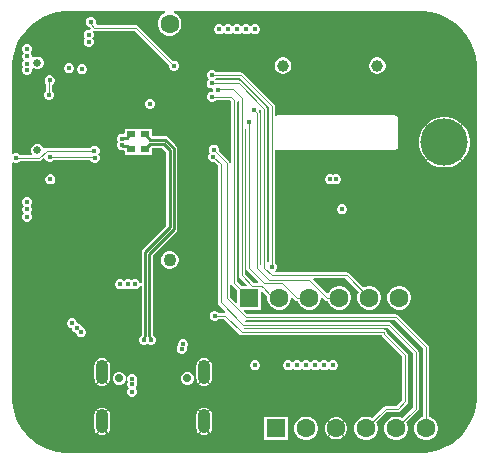
<source format=gbl>
G04*
G04 #@! TF.GenerationSoftware,Altium Limited,Altium Designer,22.7.1 (60)*
G04*
G04 Layer_Physical_Order=4*
G04 Layer_Color=16711680*
%FSLAX44Y44*%
%MOMM*%
G71*
G04*
G04 #@! TF.SameCoordinates,BBA0BEE0-45CE-4415-A0BC-CE460DC89FB0*
G04*
G04*
G04 #@! TF.FilePolarity,Positive*
G04*
G01*
G75*
%ADD20C,0.0889*%
%ADD38R,0.7500X0.6000*%
%ADD72C,0.2175*%
%ADD78C,1.6000*%
%ADD79R,1.6000X1.6000*%
%ADD80C,0.7000*%
%ADD81O,1.0500X2.1000*%
%ADD83C,1.0000*%
%ADD84C,1.1001*%
%ADD85C,1.6000*%
%ADD86C,0.4500*%
%ADD87C,0.6700*%
%ADD88C,4.0000*%
G36*
X357440Y375204D02*
X363513Y373577D01*
X369322Y371171D01*
X374766Y368027D01*
X379754Y364200D01*
X384200Y359754D01*
X388027Y354766D01*
X391171Y349322D01*
X393577Y343513D01*
X395204Y337440D01*
X396024Y331207D01*
Y328064D01*
X396025Y50064D01*
Y46920D01*
X395204Y40687D01*
X393577Y34614D01*
X391171Y28805D01*
X388027Y23361D01*
X384200Y18373D01*
X379754Y13927D01*
X374766Y10100D01*
X369322Y6956D01*
X363513Y4550D01*
X357440Y2923D01*
X351207Y2103D01*
X46920D01*
X40687Y2923D01*
X34614Y4550D01*
X28805Y6956D01*
X23361Y10100D01*
X18373Y13927D01*
X13927Y18373D01*
X10100Y23361D01*
X6956Y28805D01*
X4550Y34614D01*
X2923Y40687D01*
X2103Y46920D01*
Y50064D01*
X2103Y247647D01*
X3372Y248173D01*
X3435Y248111D01*
X4997Y247464D01*
X6687D01*
X8249Y248111D01*
X9360Y249222D01*
X25329D01*
X26282Y249411D01*
X27091Y249952D01*
X28867Y251727D01*
X30268Y251333D01*
X30687Y250323D01*
X31883Y249127D01*
X33445Y248480D01*
X35135D01*
X36697Y249127D01*
X37531Y249961D01*
X68688D01*
X68768Y249769D01*
X69963Y248573D01*
X71526Y247926D01*
X73216D01*
X74778Y248573D01*
X75974Y249769D01*
X76621Y251331D01*
Y253021D01*
X75974Y254583D01*
X75375Y255182D01*
X75857Y255664D01*
X76504Y257226D01*
Y258916D01*
X75857Y260478D01*
X74662Y261674D01*
X73100Y262321D01*
X71409D01*
X69847Y261674D01*
X68737Y260563D01*
X31686D01*
X30732Y260374D01*
X30292Y260080D01*
X29148Y260254D01*
X28758Y260465D01*
X28358Y261432D01*
X26853Y262938D01*
X24886Y263752D01*
X22758D01*
X20791Y262938D01*
X19287Y261432D01*
X18472Y259466D01*
Y257338D01*
X19243Y255476D01*
X18792Y254206D01*
X9360D01*
X8249Y255317D01*
X6687Y255964D01*
X4997D01*
X3435Y255317D01*
X3372Y255255D01*
X2103Y255781D01*
X2103Y328064D01*
Y331207D01*
X2923Y337440D01*
X4550Y343513D01*
X6956Y349322D01*
X10100Y354766D01*
X13927Y359754D01*
X18373Y364200D01*
X23361Y368027D01*
X28805Y371171D01*
X34614Y373577D01*
X40687Y375204D01*
X46920Y376024D01*
X131885D01*
X132052Y374754D01*
X132030Y374749D01*
X129750Y373432D01*
X127888Y371570D01*
X126572Y369290D01*
X125890Y366747D01*
Y364114D01*
X126572Y361570D01*
X127888Y359290D01*
X129750Y357428D01*
X132030Y356112D01*
X134573Y355430D01*
X137206D01*
X139750Y356112D01*
X142030Y357428D01*
X143892Y359290D01*
X145209Y361570D01*
X145890Y364114D01*
Y366747D01*
X145209Y369290D01*
X143892Y371570D01*
X142030Y373432D01*
X139750Y374749D01*
X139728Y374754D01*
X139895Y376024D01*
X351207D01*
X357440Y375204D01*
D02*
G37*
%LPC*%
G36*
X209125Y364930D02*
X207435D01*
X205873Y364283D01*
X205300Y363710D01*
X204470Y363212D01*
X203640Y363710D01*
X203067Y364283D01*
X201505Y364930D01*
X199815D01*
X198253Y364283D01*
X197680Y363710D01*
X196850Y363212D01*
X196020Y363710D01*
X195447Y364283D01*
X193885Y364930D01*
X192195D01*
X190633Y364283D01*
X190060Y363710D01*
X189230Y363212D01*
X188400Y363710D01*
X187827Y364283D01*
X186265Y364930D01*
X184575D01*
X183013Y364283D01*
X182440Y363710D01*
X181610Y363212D01*
X180780Y363710D01*
X180207Y364283D01*
X178645Y364930D01*
X176955D01*
X175393Y364283D01*
X174197Y363087D01*
X173550Y361525D01*
Y359835D01*
X174197Y358273D01*
X175393Y357077D01*
X176955Y356430D01*
X178645D01*
X180207Y357077D01*
X180780Y357650D01*
X181610Y358148D01*
X182440Y357650D01*
X183013Y357077D01*
X184575Y356430D01*
X186265D01*
X187827Y357077D01*
X188400Y357650D01*
X189230Y358148D01*
X190060Y357650D01*
X190633Y357077D01*
X192195Y356430D01*
X193885D01*
X195447Y357077D01*
X196020Y357650D01*
X196850Y358148D01*
X197680Y357650D01*
X198253Y357077D01*
X199815Y356430D01*
X201505D01*
X203067Y357077D01*
X203640Y357650D01*
X204470Y358148D01*
X205300Y357650D01*
X205873Y357077D01*
X207435Y356430D01*
X209125D01*
X210687Y357077D01*
X211883Y358273D01*
X212530Y359835D01*
Y361525D01*
X211883Y363087D01*
X210687Y364283D01*
X209125Y364930D01*
D02*
G37*
G36*
X69933Y371280D02*
X68243D01*
X66681Y370633D01*
X65485Y369437D01*
X64838Y367875D01*
Y366185D01*
X65485Y364623D01*
X66681Y363427D01*
X67889Y362927D01*
X69305Y361511D01*
X68585Y360434D01*
X68155Y360612D01*
X66465D01*
X64903Y359965D01*
X63707Y358769D01*
X63060Y357207D01*
Y355517D01*
X63707Y353955D01*
X64475Y353187D01*
X63707Y352419D01*
X63060Y350857D01*
Y349167D01*
X63707Y347605D01*
X64903Y346409D01*
X66465Y345762D01*
X68155D01*
X69717Y346409D01*
X70913Y347605D01*
X71560Y349167D01*
Y350857D01*
X70913Y352419D01*
X70145Y353187D01*
X70913Y353955D01*
X71560Y355517D01*
Y357207D01*
X70962Y358650D01*
X71186Y359140D01*
X71675Y359803D01*
X72136Y359712D01*
X106457D01*
X135450Y330718D01*
Y329148D01*
X136097Y327586D01*
X137293Y326390D01*
X138855Y325743D01*
X140545D01*
X142107Y326390D01*
X143303Y327586D01*
X143950Y329148D01*
Y330839D01*
X143303Y332401D01*
X142107Y333596D01*
X140545Y334243D01*
X138975D01*
X109251Y363966D01*
X108443Y364507D01*
X107489Y364696D01*
X74096D01*
X73248Y365966D01*
X73338Y366185D01*
Y367875D01*
X72691Y369437D01*
X71495Y370633D01*
X69933Y371280D01*
D02*
G37*
G36*
X16085Y348420D02*
X14395D01*
X12833Y347773D01*
X11637Y346577D01*
X10990Y345015D01*
Y343325D01*
X11637Y341763D01*
X12405Y340995D01*
X11637Y340227D01*
X10990Y338665D01*
Y336975D01*
X11637Y335413D01*
X12405Y334645D01*
X11637Y333877D01*
X10990Y332315D01*
Y330625D01*
X11637Y329063D01*
X11770Y328930D01*
X11637Y328797D01*
X10990Y327235D01*
Y325545D01*
X11637Y323983D01*
X12833Y322787D01*
X14395Y322140D01*
X16085D01*
X17647Y322787D01*
X18843Y323983D01*
X19490Y325545D01*
Y327235D01*
X19393Y327469D01*
X20470Y328188D01*
X20791Y327867D01*
X22758Y327052D01*
X24886D01*
X26853Y327867D01*
X28358Y329371D01*
X29172Y331338D01*
Y333466D01*
X28358Y335433D01*
X26853Y336937D01*
X24886Y337752D01*
X22758D01*
X20791Y336937D01*
X20712Y336857D01*
X19490Y337432D01*
Y338665D01*
X18843Y340227D01*
X18075Y340995D01*
X18843Y341763D01*
X19490Y343325D01*
Y345015D01*
X18843Y346577D01*
X17647Y347773D01*
X16085Y348420D01*
D02*
G37*
G36*
X51645Y331910D02*
X49955D01*
X48393Y331263D01*
X47197Y330067D01*
X46550Y328505D01*
Y326815D01*
X47197Y325253D01*
X48393Y324057D01*
X49955Y323410D01*
X51645D01*
X53207Y324057D01*
X54403Y325253D01*
X55050Y326815D01*
Y328505D01*
X54403Y330067D01*
X53207Y331263D01*
X51645Y331910D01*
D02*
G37*
G36*
X312580Y336946D02*
X310736D01*
X308956Y336469D01*
X307360Y335547D01*
X306057Y334244D01*
X305135Y332648D01*
X304658Y330868D01*
Y329024D01*
X305135Y327244D01*
X306057Y325648D01*
X307360Y324345D01*
X308956Y323423D01*
X310736Y322946D01*
X312580D01*
X314360Y323423D01*
X315956Y324345D01*
X317259Y325648D01*
X318181Y327244D01*
X318658Y329024D01*
Y330868D01*
X318181Y332648D01*
X317259Y334244D01*
X315956Y335547D01*
X314360Y336469D01*
X312580Y336946D01*
D02*
G37*
G36*
X232824D02*
X230980D01*
X229200Y336469D01*
X227604Y335547D01*
X226301Y334244D01*
X225379Y332648D01*
X224902Y330868D01*
Y329024D01*
X225379Y327244D01*
X226301Y325648D01*
X227604Y324345D01*
X229200Y323423D01*
X230980Y322946D01*
X232824D01*
X234604Y323423D01*
X236200Y324345D01*
X237503Y325648D01*
X238425Y327244D01*
X238902Y329024D01*
Y330868D01*
X238425Y332648D01*
X237503Y334244D01*
X236200Y335547D01*
X234604Y336469D01*
X232824Y336946D01*
D02*
G37*
G36*
X62714Y331135D02*
X61024D01*
X59462Y330488D01*
X58266Y329292D01*
X57619Y327730D01*
Y326039D01*
X58266Y324477D01*
X59462Y323282D01*
X61024Y322635D01*
X62714D01*
X64276Y323282D01*
X65472Y324477D01*
X66119Y326039D01*
Y327730D01*
X65472Y329292D01*
X64276Y330488D01*
X62714Y331135D01*
D02*
G37*
G36*
X35135Y321750D02*
X33445D01*
X31883Y321103D01*
X30687Y319907D01*
X30040Y318345D01*
Y316655D01*
X30687Y315093D01*
X31548Y314232D01*
Y308989D01*
X31383Y308920D01*
X30187Y307725D01*
X29540Y306163D01*
Y304472D01*
X30187Y302910D01*
X31383Y301714D01*
X32945Y301067D01*
X34636D01*
X36198Y301714D01*
X37393Y302910D01*
X38040Y304472D01*
Y306163D01*
X37393Y307725D01*
X36533Y308585D01*
Y313829D01*
X36697Y313897D01*
X37893Y315093D01*
X38540Y316655D01*
Y318345D01*
X37893Y319907D01*
X36697Y321103D01*
X35135Y321750D01*
D02*
G37*
G36*
X119971Y301684D02*
X118281D01*
X116719Y301037D01*
X115523Y299841D01*
X114876Y298279D01*
Y296589D01*
X115523Y295027D01*
X116719Y293831D01*
X118281Y293184D01*
X119971D01*
X121533Y293831D01*
X122729Y295027D01*
X123376Y296589D01*
Y298279D01*
X122729Y299841D01*
X121533Y301037D01*
X119971Y301684D01*
D02*
G37*
G36*
X120720Y276780D02*
X97720D01*
Y273140D01*
X96664Y272435D01*
X96349Y272565D01*
X94659D01*
X93097Y271918D01*
X91901Y270722D01*
X91254Y269160D01*
Y267470D01*
X91901Y265908D01*
X92379Y265430D01*
X91901Y264952D01*
X91254Y263390D01*
Y261700D01*
X91901Y260138D01*
X93097Y258942D01*
X94659Y258295D01*
X96349D01*
X96664Y258425D01*
X97720Y257720D01*
Y254080D01*
X120720D01*
Y260378D01*
X120901Y260559D01*
X129506D01*
X132742Y257323D01*
Y249852D01*
Y243567D01*
Y194344D01*
X112982Y174584D01*
X112300Y173563D01*
X112060Y172358D01*
Y146216D01*
X110790Y145963D01*
X110283Y147187D01*
X109087Y148383D01*
X107525Y149030D01*
X105835D01*
X104273Y148383D01*
X103593Y147703D01*
X102912Y148383D01*
X101350Y149030D01*
X99660D01*
X98098Y148383D01*
X97242Y147528D01*
X96387Y148383D01*
X94825Y149030D01*
X93135D01*
X91573Y148383D01*
X90377Y147187D01*
X89730Y145625D01*
Y143935D01*
X90377Y142373D01*
X91573Y141177D01*
X93135Y140530D01*
X94825D01*
X96387Y141177D01*
X97242Y142032D01*
X98098Y141177D01*
X99660Y140530D01*
X101350D01*
X102912Y141177D01*
X103593Y141857D01*
X104273Y141177D01*
X105835Y140530D01*
X107525D01*
X109087Y141177D01*
X110283Y142373D01*
X110790Y143597D01*
X112060Y143344D01*
Y101927D01*
X111582Y101212D01*
X111550Y101050D01*
X110443Y99943D01*
X109796Y98381D01*
Y96691D01*
X110443Y95129D01*
X111639Y93933D01*
X113201Y93286D01*
X114891D01*
X116453Y93933D01*
X116931Y94411D01*
X117409Y93933D01*
X118971Y93286D01*
X120661D01*
X122223Y93933D01*
X123419Y95129D01*
X124066Y96691D01*
Y98381D01*
X123419Y99943D01*
X122312Y101050D01*
X122280Y101212D01*
X121802Y101927D01*
Y169627D01*
X141561Y189387D01*
X142244Y190408D01*
X142484Y191613D01*
Y258514D01*
X142443Y258717D01*
Y260095D01*
X142204Y261300D01*
X141521Y262321D01*
X134463Y269379D01*
X133442Y270061D01*
X132237Y270301D01*
X120901D01*
X120720Y270482D01*
Y276780D01*
D02*
G37*
G36*
X370583Y286350D02*
X366394D01*
X362284Y285532D01*
X358414Y283929D01*
X354930Y281601D01*
X353898Y280569D01*
X368489Y265978D01*
X383080Y280569D01*
X382047Y281601D01*
X378564Y283929D01*
X374693Y285532D01*
X370583Y286350D01*
D02*
G37*
G36*
X383978Y279671D02*
X369387Y265080D01*
X383978Y250489D01*
X385010Y251521D01*
X387338Y255005D01*
X388941Y258876D01*
X389759Y262985D01*
Y267175D01*
X388941Y271284D01*
X387338Y275155D01*
X385010Y278639D01*
X383978Y279671D01*
D02*
G37*
G36*
X352999D02*
X351967Y278639D01*
X349639Y275155D01*
X348036Y271284D01*
X347219Y267175D01*
Y262985D01*
X348036Y258876D01*
X349639Y255005D01*
X351967Y251521D01*
X352999Y250489D01*
X367591Y265080D01*
X352999Y279671D01*
D02*
G37*
G36*
X368489Y264182D02*
X353898Y249591D01*
X354930Y248558D01*
X358414Y246231D01*
X362284Y244627D01*
X366394Y243810D01*
X370583D01*
X374693Y244627D01*
X378564Y246231D01*
X382047Y248558D01*
X383080Y249591D01*
X368489Y264182D01*
D02*
G37*
G36*
X277705Y237930D02*
X276015D01*
X274453Y237283D01*
X274320Y237150D01*
X274187Y237283D01*
X272625Y237930D01*
X270935D01*
X269373Y237283D01*
X268177Y236087D01*
X267530Y234525D01*
Y232835D01*
X268177Y231273D01*
X269373Y230077D01*
X270935Y229430D01*
X272625D01*
X274187Y230077D01*
X274320Y230210D01*
X274453Y230077D01*
X276015Y229430D01*
X277705D01*
X279267Y230077D01*
X280463Y231273D01*
X281110Y232835D01*
Y234525D01*
X280463Y236087D01*
X279267Y237283D01*
X277705Y237930D01*
D02*
G37*
G36*
X35735D02*
X34045D01*
X32483Y237283D01*
X31287Y236087D01*
X30640Y234525D01*
Y232835D01*
X31287Y231273D01*
X32483Y230077D01*
X34045Y229430D01*
X35735D01*
X37297Y230077D01*
X38493Y231273D01*
X39140Y232835D01*
Y234525D01*
X38493Y236087D01*
X37297Y237283D01*
X35735Y237930D01*
D02*
G37*
G36*
X282531Y212530D02*
X280841D01*
X279279Y211883D01*
X278083Y210687D01*
X277436Y209125D01*
Y207435D01*
X278083Y205873D01*
X279279Y204677D01*
X280841Y204030D01*
X282531D01*
X284093Y204677D01*
X285289Y205873D01*
X285936Y207435D01*
Y209125D01*
X285289Y210687D01*
X284093Y211883D01*
X282531Y212530D01*
D02*
G37*
G36*
X16085Y218730D02*
X14395D01*
X12833Y218083D01*
X11637Y216887D01*
X10990Y215325D01*
Y213635D01*
X11637Y212073D01*
X12304Y211406D01*
X11637Y210739D01*
X10990Y209177D01*
Y207487D01*
X11637Y205925D01*
X12304Y205258D01*
X11637Y204591D01*
X10990Y203029D01*
Y201339D01*
X11637Y199777D01*
X12833Y198581D01*
X14395Y197934D01*
X16085D01*
X17647Y198581D01*
X18843Y199777D01*
X19490Y201339D01*
Y203029D01*
X18843Y204591D01*
X18176Y205258D01*
X18843Y205925D01*
X19490Y207487D01*
Y209177D01*
X18843Y210739D01*
X18176Y211406D01*
X18843Y212073D01*
X19490Y213635D01*
Y215325D01*
X18843Y216887D01*
X17647Y218083D01*
X16085Y218730D01*
D02*
G37*
G36*
X136877Y172930D02*
X134902D01*
X132995Y172419D01*
X131285Y171432D01*
X129888Y170035D01*
X128901Y168325D01*
X128390Y166417D01*
Y164443D01*
X128901Y162535D01*
X129888Y160825D01*
X131285Y159428D01*
X132995Y158441D01*
X134902Y157929D01*
X136877D01*
X138785Y158441D01*
X140495Y159428D01*
X141892Y160825D01*
X142879Y162535D01*
X143391Y164443D01*
Y166417D01*
X142879Y168325D01*
X141892Y170035D01*
X140495Y171432D01*
X138785Y172419D01*
X136877Y172930D01*
D02*
G37*
G36*
X172549Y326068D02*
X170859D01*
X169297Y325421D01*
X168101Y324225D01*
X167454Y322663D01*
Y320973D01*
X168101Y319411D01*
X168996Y318516D01*
X167847Y317367D01*
X167200Y315805D01*
Y314115D01*
X167847Y312553D01*
X169043Y311357D01*
X170605Y310710D01*
X171615D01*
X172359Y310559D01*
X172788Y309539D01*
Y308781D01*
X171723Y308034D01*
X171113D01*
X169551Y307387D01*
X168355Y306191D01*
X167708Y304629D01*
Y302939D01*
X168355Y301377D01*
X169551Y300181D01*
X171113Y299534D01*
X172803D01*
X174365Y300181D01*
X175476Y301292D01*
X186674D01*
X188008Y299958D01*
Y146050D01*
X188197Y145096D01*
X188738Y144288D01*
X193200Y139825D01*
Y129077D01*
X192027Y128591D01*
X186642Y133975D01*
Y247904D01*
X186453Y248858D01*
X185912Y249666D01*
X177478Y258101D01*
Y259671D01*
X176831Y261233D01*
X175635Y262429D01*
X174073Y263076D01*
X172383D01*
X170821Y262429D01*
X169625Y261233D01*
X168978Y259671D01*
Y257981D01*
X169625Y256419D01*
X170139Y255905D01*
X169371Y255137D01*
X168724Y253575D01*
Y251885D01*
X169371Y250323D01*
X170567Y249127D01*
X172129Y248480D01*
X173699D01*
X176578Y245602D01*
Y129540D01*
X176767Y128586D01*
X177308Y127778D01*
X183265Y121821D01*
X183025Y121062D01*
X182687Y120602D01*
X177508D01*
X176397Y121713D01*
X174835Y122360D01*
X173145D01*
X171583Y121713D01*
X170387Y120517D01*
X169740Y118955D01*
Y117265D01*
X170387Y115703D01*
X171583Y114507D01*
X173145Y113860D01*
X174835D01*
X176397Y114507D01*
X177508Y115618D01*
X181848D01*
X195088Y102378D01*
X195896Y101837D01*
X196850Y101648D01*
X315377D01*
X315738Y101108D01*
X332788Y84058D01*
Y46752D01*
X327898Y41862D01*
X318770D01*
X317816Y41673D01*
X317008Y41132D01*
X307346Y31471D01*
X306120Y32178D01*
X303577Y32860D01*
X300944D01*
X298400Y32178D01*
X296120Y30862D01*
X294258Y29000D01*
X292941Y26720D01*
X292260Y24176D01*
Y21544D01*
X292941Y19000D01*
X294258Y16720D01*
X296120Y14858D01*
X298400Y13542D01*
X300944Y12860D01*
X303577D01*
X306120Y13542D01*
X308400Y14858D01*
X310262Y16720D01*
X311579Y19000D01*
X312260Y21544D01*
Y24176D01*
X311579Y26720D01*
X310871Y27946D01*
X319802Y36878D01*
X328930D01*
X329884Y37067D01*
X330692Y37608D01*
X337042Y43958D01*
X337583Y44766D01*
X337772Y45720D01*
Y85090D01*
X337583Y86044D01*
X337042Y86852D01*
X319922Y103973D01*
X319803Y104573D01*
X319262Y105382D01*
X318742Y105902D01*
X317933Y106443D01*
X316979Y106632D01*
X199021D01*
X198911Y106728D01*
X199182Y107595D01*
X199571Y107998D01*
X320278D01*
X341678Y86598D01*
Y40402D01*
X332746Y31471D01*
X331520Y32178D01*
X328977Y32860D01*
X326343D01*
X323800Y32178D01*
X321520Y30862D01*
X319658Y29000D01*
X318342Y26720D01*
X317660Y24176D01*
Y21544D01*
X318342Y19000D01*
X319658Y16720D01*
X321520Y14858D01*
X323800Y13542D01*
X326343Y12860D01*
X328977D01*
X331520Y13542D01*
X333800Y14858D01*
X335662Y16720D01*
X336978Y19000D01*
X337660Y21544D01*
Y24176D01*
X336978Y26720D01*
X336271Y27946D01*
X345932Y37608D01*
X346473Y38416D01*
X346662Y39370D01*
Y87630D01*
X346473Y88584D01*
X345932Y89392D01*
X323072Y112252D01*
X322264Y112793D01*
X321310Y112982D01*
X199857D01*
X199759Y113151D01*
X199992Y113715D01*
X200532Y114348D01*
X326628D01*
X350568Y90408D01*
Y32545D01*
X349200Y32178D01*
X346920Y30862D01*
X345058Y29000D01*
X343741Y26720D01*
X343060Y24176D01*
Y21544D01*
X343741Y19000D01*
X345058Y16720D01*
X346920Y14858D01*
X349200Y13542D01*
X351744Y12860D01*
X354376D01*
X356920Y13542D01*
X359200Y14858D01*
X361062Y16720D01*
X362379Y19000D01*
X363060Y21544D01*
Y24176D01*
X362379Y26720D01*
X361062Y29000D01*
X359200Y30862D01*
X356920Y32178D01*
X355552Y32545D01*
Y91440D01*
X355552Y91440D01*
X355363Y92394D01*
X354822Y93202D01*
X329422Y118602D01*
X328614Y119143D01*
X327660Y119332D01*
X201285D01*
X198441Y122177D01*
X198927Y123350D01*
X213200D01*
Y138486D01*
X214373Y138972D01*
X218617Y134729D01*
X218600Y134667D01*
Y132034D01*
X219282Y129490D01*
X220598Y127210D01*
X222460Y125348D01*
X224740Y124031D01*
X227283Y123350D01*
X229916D01*
X232460Y124031D01*
X234740Y125348D01*
X236602Y127210D01*
X237918Y129490D01*
X238600Y132034D01*
Y133269D01*
X239870Y133795D01*
X242078Y131588D01*
X242886Y131047D01*
X243840Y130858D01*
X244315D01*
X244681Y129490D01*
X245998Y127210D01*
X247860Y125348D01*
X250140Y124031D01*
X252684Y123350D01*
X255317D01*
X257860Y124031D01*
X260140Y125348D01*
X262002Y127210D01*
X263319Y129490D01*
X264000Y132034D01*
Y133269D01*
X265270Y133795D01*
X267478Y131588D01*
X268286Y131047D01*
X269240Y130858D01*
X269715D01*
X270082Y129490D01*
X271398Y127210D01*
X273260Y125348D01*
X275540Y124031D01*
X278083Y123350D01*
X280716D01*
X283260Y124031D01*
X285540Y125348D01*
X287402Y127210D01*
X288718Y129490D01*
X289400Y132034D01*
Y134667D01*
X288718Y137210D01*
X287402Y139490D01*
X285540Y141352D01*
X283260Y142669D01*
X280716Y143350D01*
X278083D01*
X275540Y142669D01*
X273260Y141352D01*
X271398Y139490D01*
X270308Y137603D01*
X268899Y137216D01*
X257381Y148734D01*
X257866Y149908D01*
X284718D01*
X296189Y138436D01*
X295481Y137210D01*
X294800Y134667D01*
Y132034D01*
X295481Y129490D01*
X296798Y127210D01*
X298660Y125348D01*
X300940Y124031D01*
X303484Y123350D01*
X306117D01*
X308660Y124031D01*
X310940Y125348D01*
X312802Y127210D01*
X314118Y129490D01*
X314800Y132034D01*
Y134667D01*
X314118Y137210D01*
X312802Y139490D01*
X310940Y141352D01*
X308660Y142669D01*
X306117Y143350D01*
X303484D01*
X300940Y142669D01*
X299714Y141961D01*
X287512Y154162D01*
X286704Y154703D01*
X285750Y154892D01*
X225945D01*
X225419Y156162D01*
X226107Y156851D01*
X226754Y158413D01*
Y160103D01*
X226107Y161665D01*
X224996Y162776D01*
Y258483D01*
X226266Y259162D01*
X226302Y259138D01*
X227330Y258933D01*
X326898D01*
X327926Y259138D01*
X328798Y259720D01*
X329380Y260592D01*
X329585Y261620D01*
Y285242D01*
X329380Y286270D01*
X328798Y287142D01*
X327926Y287724D01*
X326898Y287929D01*
X227330D01*
X226302Y287724D01*
X226266Y287700D01*
X224996Y288379D01*
Y295656D01*
X224807Y296610D01*
X224266Y297418D01*
X198104Y323580D01*
X197296Y324121D01*
X196342Y324310D01*
X175222D01*
X174111Y325421D01*
X172549Y326068D01*
D02*
G37*
G36*
X331516Y143350D02*
X328884D01*
X326340Y142669D01*
X324060Y141352D01*
X322198Y139490D01*
X320882Y137210D01*
X320200Y134667D01*
Y132034D01*
X320882Y129490D01*
X322198Y127210D01*
X324060Y125348D01*
X326340Y124031D01*
X328884Y123350D01*
X331516D01*
X334060Y124031D01*
X336340Y125348D01*
X338202Y127210D01*
X339519Y129490D01*
X340200Y132034D01*
Y134667D01*
X339519Y137210D01*
X338202Y139490D01*
X336340Y141352D01*
X334060Y142669D01*
X331516Y143350D01*
D02*
G37*
G36*
X54185Y116010D02*
X52495D01*
X50933Y115363D01*
X49737Y114167D01*
X49090Y112605D01*
Y110915D01*
X49737Y109353D01*
X50933Y108157D01*
X52495Y107510D01*
X52900D01*
Y107105D01*
X53547Y105543D01*
X54743Y104347D01*
X56305Y103700D01*
X56710D01*
Y103295D01*
X57357Y101733D01*
X58553Y100537D01*
X60115Y99890D01*
X61805D01*
X63367Y100537D01*
X64563Y101733D01*
X65210Y103295D01*
Y104985D01*
X64563Y106547D01*
X63367Y107743D01*
X61805Y108390D01*
X61400D01*
Y108795D01*
X60753Y110357D01*
X59557Y111553D01*
X57995Y112200D01*
X57590D01*
Y112605D01*
X56943Y114167D01*
X55747Y115363D01*
X54185Y116010D01*
D02*
G37*
G36*
X148165Y98230D02*
X146475D01*
X144913Y97583D01*
X143717Y96387D01*
X143070Y94825D01*
Y93200D01*
X142447Y92577D01*
X141800Y91015D01*
Y89325D01*
X142447Y87763D01*
X143643Y86567D01*
X145205Y85920D01*
X146895D01*
X148457Y86567D01*
X149653Y87763D01*
X150300Y89325D01*
Y90950D01*
X150923Y91573D01*
X151570Y93135D01*
Y94825D01*
X150923Y96387D01*
X149727Y97583D01*
X148165Y98230D01*
D02*
G37*
G36*
X275165Y80450D02*
X273475D01*
X271913Y79803D01*
X271340Y79230D01*
X270510Y78732D01*
X269680Y79230D01*
X269107Y79803D01*
X267545Y80450D01*
X265855D01*
X264293Y79803D01*
X263720Y79230D01*
X262890Y78732D01*
X262060Y79230D01*
X261487Y79803D01*
X259925Y80450D01*
X258235D01*
X256673Y79803D01*
X256100Y79230D01*
X255270Y78732D01*
X254440Y79230D01*
X253867Y79803D01*
X252305Y80450D01*
X250615D01*
X249053Y79803D01*
X248480Y79230D01*
X247650Y78732D01*
X246820Y79230D01*
X246247Y79803D01*
X244685Y80450D01*
X242995D01*
X241433Y79803D01*
X240860Y79230D01*
X240030Y78732D01*
X239200Y79230D01*
X238627Y79803D01*
X237065Y80450D01*
X235375D01*
X233813Y79803D01*
X232617Y78607D01*
X231970Y77045D01*
Y75355D01*
X232617Y73793D01*
X233813Y72597D01*
X235375Y71950D01*
X237065D01*
X238627Y72597D01*
X239200Y73170D01*
X240030Y73668D01*
X240860Y73170D01*
X241433Y72597D01*
X242995Y71950D01*
X244685D01*
X246247Y72597D01*
X246820Y73170D01*
X247650Y73668D01*
X248480Y73170D01*
X249053Y72597D01*
X250615Y71950D01*
X252305D01*
X253867Y72597D01*
X254440Y73170D01*
X255270Y73668D01*
X256100Y73170D01*
X256673Y72597D01*
X258235Y71950D01*
X259925D01*
X261487Y72597D01*
X262060Y73170D01*
X262890Y73668D01*
X263720Y73170D01*
X264293Y72597D01*
X265855Y71950D01*
X267545D01*
X269107Y72597D01*
X269680Y73170D01*
X270510Y73668D01*
X271340Y73170D01*
X271913Y72597D01*
X273475Y71950D01*
X275165D01*
X276727Y72597D01*
X277923Y73793D01*
X278570Y75355D01*
Y77045D01*
X277923Y78607D01*
X276727Y79803D01*
X275165Y80450D01*
D02*
G37*
G36*
X165120Y82376D02*
X163418Y82152D01*
X161832Y81495D01*
X160978Y80840D01*
X165120Y76698D01*
X169262Y80840D01*
X168408Y81495D01*
X166822Y82152D01*
X165120Y82376D01*
D02*
G37*
G36*
X78720D02*
X77018Y82152D01*
X75432Y81495D01*
X74578Y80840D01*
X78720Y76698D01*
X82862Y80840D01*
X82008Y81495D01*
X80422Y82152D01*
X78720Y82376D01*
D02*
G37*
G36*
X170160Y79942D02*
X165569Y75351D01*
X165120Y75800D01*
X164671Y75351D01*
X160080Y79942D01*
X159425Y79088D01*
X158768Y77502D01*
X158544Y75800D01*
Y65300D01*
X158768Y63598D01*
X159425Y62012D01*
X160080Y61158D01*
X164671Y65749D01*
X165120Y65300D01*
X165569Y65749D01*
X170160Y61158D01*
X170815Y62012D01*
X171472Y63598D01*
X171696Y65300D01*
Y75800D01*
X171472Y77502D01*
X170815Y79088D01*
X170160Y79942D01*
D02*
G37*
G36*
X83760D02*
X79169Y75351D01*
X78720Y75800D01*
X78271Y75351D01*
X73680Y79942D01*
X73025Y79088D01*
X72368Y77502D01*
X72144Y75800D01*
Y65300D01*
X72368Y63598D01*
X73025Y62012D01*
X73680Y61158D01*
X78271Y65749D01*
X78720Y65300D01*
X79169Y65749D01*
X83760Y61158D01*
X84415Y62012D01*
X85072Y63598D01*
X85296Y65300D01*
Y75800D01*
X85072Y77502D01*
X84415Y79088D01*
X83760Y79942D01*
D02*
G37*
G36*
X208910Y80450D02*
X207220D01*
X205658Y79803D01*
X204462Y78607D01*
X203815Y77045D01*
Y75355D01*
X204462Y73793D01*
X205658Y72597D01*
X207220Y71950D01*
X208910D01*
X210472Y72597D01*
X211668Y73793D01*
X212315Y75355D01*
Y77045D01*
X211668Y78607D01*
X210472Y79803D01*
X208910Y80450D01*
D02*
G37*
G36*
X151914Y70750D02*
X149726D01*
X147704Y69913D01*
X146157Y68366D01*
X145320Y66344D01*
Y64156D01*
X146157Y62134D01*
X147704Y60587D01*
X149726Y59750D01*
X151914D01*
X153935Y60587D01*
X155483Y62134D01*
X156320Y64156D01*
Y66344D01*
X155483Y68366D01*
X153935Y69913D01*
X151914Y70750D01*
D02*
G37*
G36*
X94114D02*
X91926D01*
X89904Y69913D01*
X88357Y68366D01*
X87520Y66344D01*
Y64156D01*
X88357Y62134D01*
X89904Y60587D01*
X91926Y59750D01*
X94114D01*
X96136Y60587D01*
X97683Y62134D01*
X98520Y64156D01*
Y66344D01*
X97683Y68366D01*
X96136Y69913D01*
X94114Y70750D01*
D02*
G37*
G36*
X165120Y64402D02*
X160978Y60260D01*
X161832Y59605D01*
X163418Y58948D01*
X165120Y58724D01*
X166822Y58948D01*
X168408Y59605D01*
X169262Y60260D01*
X165120Y64402D01*
D02*
G37*
G36*
X78720D02*
X74578Y60260D01*
X75432Y59605D01*
X77018Y58948D01*
X78720Y58724D01*
X80422Y58948D01*
X82008Y59605D01*
X82862Y60260D01*
X78720Y64402D01*
D02*
G37*
G36*
X104985Y68852D02*
X103295D01*
X101733Y68205D01*
X100537Y67010D01*
X99890Y65448D01*
Y63757D01*
X100443Y62422D01*
X99890Y61087D01*
Y59396D01*
X100537Y57834D01*
X101199Y57172D01*
X100537Y56509D01*
X99890Y54947D01*
Y53257D01*
X100537Y51695D01*
X101733Y50499D01*
X103295Y49852D01*
X104985D01*
X106547Y50499D01*
X107743Y51695D01*
X108390Y53257D01*
Y54947D01*
X107743Y56509D01*
X107081Y57172D01*
X107743Y57834D01*
X108390Y59396D01*
Y61087D01*
X107837Y62422D01*
X108390Y63757D01*
Y65448D01*
X107743Y67010D01*
X106547Y68205D01*
X104985Y68852D01*
D02*
G37*
G36*
X78720Y40576D02*
X77018Y40352D01*
X75432Y39695D01*
X74578Y39040D01*
X78720Y34898D01*
X82862Y39040D01*
X82008Y39695D01*
X80422Y40352D01*
X78720Y40576D01*
D02*
G37*
G36*
X165120D02*
X163418Y40352D01*
X161832Y39695D01*
X160978Y39040D01*
X165120Y34898D01*
X169262Y39040D01*
X168408Y39695D01*
X166822Y40352D01*
X165120Y40576D01*
D02*
G37*
G36*
X83760Y38142D02*
X79169Y33551D01*
X78720Y34000D01*
X78271Y33551D01*
X73680Y38142D01*
X73025Y37288D01*
X72368Y35702D01*
X72144Y34000D01*
Y23500D01*
X72368Y21798D01*
X73025Y20212D01*
X73680Y19358D01*
X78271Y23949D01*
X78720Y23500D01*
X79169Y23949D01*
X83760Y19358D01*
X84415Y20212D01*
X85072Y21798D01*
X85296Y23500D01*
Y34000D01*
X85072Y35702D01*
X84415Y37288D01*
X83760Y38142D01*
D02*
G37*
G36*
X170160D02*
X165569Y33551D01*
X165120Y34000D01*
X164671Y33551D01*
X160080Y38142D01*
X159425Y37288D01*
X158768Y35702D01*
X158544Y34000D01*
Y23500D01*
X158768Y21798D01*
X159425Y20212D01*
X160080Y19358D01*
X164671Y23949D01*
X165120Y23500D01*
X165569Y23949D01*
X170160Y19358D01*
X170815Y20212D01*
X171472Y21798D01*
X171696Y23500D01*
Y34000D01*
X171472Y35702D01*
X170815Y37288D01*
X170160Y38142D01*
D02*
G37*
G36*
X278080Y32130D02*
X275640D01*
X273282Y31498D01*
X271168Y30278D01*
X270754Y29864D01*
X276860Y23758D01*
X282966Y29864D01*
X282552Y30278D01*
X280438Y31498D01*
X278080Y32130D01*
D02*
G37*
G36*
X165120Y22602D02*
X160978Y18460D01*
X161832Y17805D01*
X163418Y17148D01*
X165120Y16924D01*
X166822Y17148D01*
X168408Y17805D01*
X169262Y18460D01*
X165120Y22602D01*
D02*
G37*
G36*
X78720D02*
X74578Y18460D01*
X75432Y17805D01*
X77018Y17148D01*
X78720Y16924D01*
X80422Y17148D01*
X82008Y17805D01*
X82862Y18460D01*
X78720Y22602D01*
D02*
G37*
G36*
X283864Y28966D02*
X277758Y22860D01*
X283864Y16754D01*
X284278Y17168D01*
X285498Y19282D01*
X286130Y21640D01*
Y24080D01*
X285498Y26438D01*
X284278Y28552D01*
X283864Y28966D01*
D02*
G37*
G36*
X269856D02*
X269442Y28552D01*
X268222Y26438D01*
X267590Y24080D01*
Y21640D01*
X268222Y19282D01*
X269442Y17168D01*
X269856Y16754D01*
X275962Y22860D01*
X269856Y28966D01*
D02*
G37*
G36*
X276860Y21962D02*
X270754Y15856D01*
X271168Y15442D01*
X273282Y14222D01*
X275640Y13590D01*
X278080D01*
X280438Y14222D01*
X282552Y15442D01*
X282966Y15856D01*
X276860Y21962D01*
D02*
G37*
G36*
X252777Y32860D02*
X250144D01*
X247600Y32178D01*
X245320Y30862D01*
X243458Y29000D01*
X242141Y26720D01*
X241460Y24176D01*
Y21544D01*
X242141Y19000D01*
X243458Y16720D01*
X245320Y14858D01*
X247600Y13542D01*
X250144Y12860D01*
X252777D01*
X255320Y13542D01*
X257600Y14858D01*
X259462Y16720D01*
X260779Y19000D01*
X261460Y21544D01*
Y24176D01*
X260779Y26720D01*
X259462Y29000D01*
X257600Y30862D01*
X255320Y32178D01*
X252777Y32860D01*
D02*
G37*
G36*
X236060D02*
X216060D01*
Y12860D01*
X236060D01*
Y32860D01*
D02*
G37*
%LPD*%
G36*
X220012Y294624D02*
Y163657D01*
X219662Y163423D01*
X218392Y164102D01*
Y293370D01*
X218392Y293370D01*
X218203Y294324D01*
X217662Y295132D01*
X196072Y316722D01*
X195264Y317263D01*
X194310Y317452D01*
X175211D01*
X174518Y318463D01*
X175241Y319326D01*
X195310D01*
X220012Y294624D01*
D02*
G37*
G36*
X213408Y292338D02*
Y161637D01*
X212138Y160959D01*
X212042Y161022D01*
Y289560D01*
X211853Y290514D01*
X211312Y291322D01*
X211260Y291375D01*
Y292689D01*
X211988Y293173D01*
X212433Y293312D01*
X213408Y292338D01*
D02*
G37*
G36*
X200708Y277182D02*
Y158750D01*
X200897Y157796D01*
X201438Y156988D01*
X210965Y147460D01*
X210479Y146287D01*
X206488D01*
X199342Y153432D01*
Y276567D01*
X200612Y277246D01*
X200708Y277182D01*
D02*
G37*
G36*
X194358Y300089D02*
Y152400D01*
X194547Y151446D01*
X195088Y150638D01*
X201202Y144523D01*
X200716Y143350D01*
X196725D01*
X192992Y147082D01*
Y299539D01*
X193394Y299928D01*
X194262Y300199D01*
X194358Y300089D01*
D02*
G37*
D20*
X69088Y365252D02*
Y367030D01*
X222504Y159258D02*
Y295656D01*
X196342Y321818D02*
X222504Y295656D01*
X215900Y158750D02*
Y293370D01*
Y158750D02*
X222250Y152400D01*
X285750D01*
X5842Y251714D02*
X25329D01*
X31686Y258071D01*
X177038Y309626D02*
X177292Y309880D01*
X189230D01*
X187706Y303784D02*
X190500Y300990D01*
X171958Y303784D02*
X187706D01*
X189230Y309880D02*
X196850Y302260D01*
X171704Y321818D02*
X196342D01*
X172974Y252730D02*
X179070Y246634D01*
Y129540D02*
Y246634D01*
X173228Y258826D02*
X184150Y247904D01*
Y132943D02*
Y247904D01*
X31686Y258071D02*
X72255D01*
X34567Y252453D02*
X72094D01*
X34290Y252730D02*
X34567Y252453D01*
X72094D02*
X72371Y252176D01*
X34040Y305567D02*
Y317250D01*
X33790Y305317D02*
X34040Y305567D01*
Y317250D02*
X34290Y317500D01*
X72136Y362204D02*
X107489D01*
X69088Y365252D02*
X72136Y362204D01*
X107489D02*
X139700Y329993D01*
X173990Y118110D02*
X182880D01*
X316979Y104140D02*
X317500Y103619D01*
X196850Y104140D02*
X316979D01*
X182880Y118110D02*
X196850Y104140D01*
X317500Y102870D02*
Y103619D01*
X198120Y110490D02*
X321310D01*
X179070Y129540D02*
X198120Y110490D01*
X184150Y132943D02*
X200253Y116840D01*
X327660D01*
X317500Y102870D02*
X335280Y85090D01*
Y45720D02*
Y85090D01*
X328930Y39370D02*
X335280Y45720D01*
X318770Y39370D02*
X328930D01*
X302260Y22860D02*
X318770Y39370D01*
X254000Y148590D02*
X269240Y133350D01*
X344170Y39370D02*
Y87630D01*
X321310Y110490D02*
X344170Y87630D01*
X327660Y116840D02*
X353060Y91440D01*
X327660Y22860D02*
X344170Y39370D01*
X190500Y146050D02*
X203200Y133350D01*
X190500Y146050D02*
Y300990D01*
X285750Y152400D02*
X304800Y133350D01*
X353060Y22860D02*
Y91440D01*
X196850Y152400D02*
X205455Y143794D01*
X196850Y152400D02*
Y302260D01*
X269240Y133350D02*
X279400D01*
X219710Y148590D02*
X254000D01*
X203200Y158750D02*
Y281940D01*
X215900Y146050D02*
X231140D01*
X203200Y158750D02*
X215900Y146050D01*
X194310Y314960D02*
X215900Y293370D01*
X209550Y158750D02*
Y289560D01*
Y158750D02*
X219710Y148590D01*
X231140Y146050D02*
X243840Y133350D01*
X254000D01*
X205455Y143794D02*
X213076D01*
X214630Y142240D02*
X220629Y136241D01*
X213076Y143794D02*
X214630Y142240D01*
X214630D01*
X220629Y136241D02*
X225709D01*
X228600Y133350D01*
X171450Y314960D02*
X194310D01*
X207010Y292100D02*
X209550Y289560D01*
D38*
X114970Y259080D02*
D03*
X103470D02*
D03*
X114970Y271780D02*
D03*
X103470D02*
D03*
D72*
X135890Y243567D02*
Y249852D01*
Y257775D01*
X119371Y97981D02*
X119816Y97536D01*
X119371Y97981D02*
Y100007D01*
X118654Y100725D02*
X119371Y100007D01*
X118654Y100725D02*
Y170931D01*
X114491Y97981D02*
Y100007D01*
X115208Y100725D01*
Y172358D01*
X118654Y170931D02*
X139335Y191613D01*
X115208Y172358D02*
X135890Y193040D01*
X114046Y97536D02*
X114491Y97981D01*
X99700Y268760D02*
X102720Y271780D01*
X95504Y262545D02*
X95949Y262100D01*
X99700D01*
X102720Y259080D01*
X95504Y268315D02*
X95949Y268760D01*
X99700D01*
X102720Y271780D02*
X103470D01*
X102720Y259080D02*
X103470D01*
X119597Y263707D02*
X130810D01*
X119597Y267153D02*
X132237D01*
X139295Y258555D02*
Y260095D01*
X132237Y267153D02*
X139295Y260095D01*
X135850Y257775D02*
Y258668D01*
X130810Y263707D02*
X135850Y258668D01*
X139295Y258555D02*
X139335Y258514D01*
Y191613D02*
Y258514D01*
X135850Y257775D02*
X135890D01*
Y193040D02*
Y243567D01*
X114970Y271780D02*
X119597Y267153D01*
X114970Y259080D02*
X119597Y263707D01*
D78*
X353060Y22860D02*
D03*
X327660D02*
D03*
X276860D02*
D03*
X251460D02*
D03*
X302260D02*
D03*
X279400Y133350D02*
D03*
X228600D02*
D03*
X254000D02*
D03*
X304800D02*
D03*
X330200D02*
D03*
D79*
X226060Y22860D02*
D03*
X203200Y133350D02*
D03*
D80*
X150820Y65250D02*
D03*
X93020D02*
D03*
D81*
X165120Y28750D02*
D03*
X78720D02*
D03*
X165120Y70550D02*
D03*
X78720D02*
D03*
D83*
X311658Y329946D02*
D03*
X231902D02*
D03*
D84*
X135890Y165430D02*
D03*
D85*
Y365430D02*
D03*
D86*
X67310Y356362D02*
D03*
Y350012D02*
D03*
X222504Y159258D02*
D03*
X27432Y297942D02*
D03*
X5842Y251714D02*
D03*
X177038Y309626D02*
D03*
X171958Y303784D02*
D03*
X171704Y321818D02*
D03*
X381000Y304800D02*
D03*
X355600Y355600D02*
D03*
X368300Y330200D02*
D03*
X355600Y304800D02*
D03*
X330200D02*
D03*
Y254000D02*
D03*
X304800Y304800D02*
D03*
X292100Y330200D02*
D03*
X279400Y304800D02*
D03*
X266700Y330200D02*
D03*
X254000Y304800D02*
D03*
X241300Y330200D02*
D03*
X228600Y304800D02*
D03*
X215900Y330200D02*
D03*
X127000Y355600D02*
D03*
Y304800D02*
D03*
X101600Y355600D02*
D03*
X114300Y330200D02*
D03*
Y279400D02*
D03*
X38100Y330200D02*
D03*
X114046Y97536D02*
D03*
X119816D02*
D03*
X95504Y268315D02*
D03*
Y262545D02*
D03*
X172974Y252730D02*
D03*
X173228Y258826D02*
D03*
X142494Y263652D02*
D03*
X281686Y208280D02*
D03*
X72255Y258071D02*
D03*
X72371Y252176D02*
D03*
X94075Y274453D02*
D03*
X94913Y284956D02*
D03*
X61869Y326885D02*
D03*
X42245Y276581D02*
D03*
Y284522D02*
D03*
Y298664D02*
D03*
Y291485D02*
D03*
Y306606D02*
D03*
Y314438D02*
D03*
X33790Y305317D02*
D03*
X27239Y282966D02*
D03*
X7047Y244745D02*
D03*
X7212Y262696D02*
D03*
X34890Y233680D02*
D03*
X95758Y316484D02*
D03*
X104140Y64602D02*
D03*
Y60241D02*
D03*
Y54102D02*
D03*
X15240Y214480D02*
D03*
Y208332D02*
D03*
Y202184D02*
D03*
X95250Y294640D02*
D03*
X69850Y234950D02*
D03*
Y245110D02*
D03*
Y226060D02*
D03*
X145796Y246126D02*
D03*
X69745Y287930D02*
D03*
X69745Y272930D02*
D03*
X69745Y302930D02*
D03*
Y317930D02*
D03*
X299720Y233680D02*
D03*
X294640D02*
D03*
X289560D02*
D03*
X276860D02*
D03*
X271780D02*
D03*
X274320Y76200D02*
D03*
X266700D02*
D03*
X259080D02*
D03*
X251460D02*
D03*
X243840D02*
D03*
X236220D02*
D03*
X208065D02*
D03*
X208280Y360680D02*
D03*
X200660D02*
D03*
X193040D02*
D03*
X185420D02*
D03*
X177800D02*
D03*
X106680Y144780D02*
D03*
X100505D02*
D03*
X93980D02*
D03*
X119126Y297434D02*
D03*
X69088Y367030D02*
D03*
X139700Y329993D02*
D03*
X50800Y327660D02*
D03*
X15240Y344170D02*
D03*
Y337820D02*
D03*
Y331470D02*
D03*
Y326390D02*
D03*
X53340Y111760D02*
D03*
X57150Y107950D02*
D03*
X60960Y104140D02*
D03*
X146050Y90170D02*
D03*
X147320Y93980D02*
D03*
X173990Y118110D02*
D03*
X171450Y314960D02*
D03*
X207010Y292100D02*
D03*
X203200Y281940D02*
D03*
X34290Y317500D02*
D03*
Y252730D02*
D03*
D87*
X23822Y258402D02*
D03*
X23822Y332402D02*
D03*
D88*
X368489Y265080D02*
D03*
M02*

</source>
